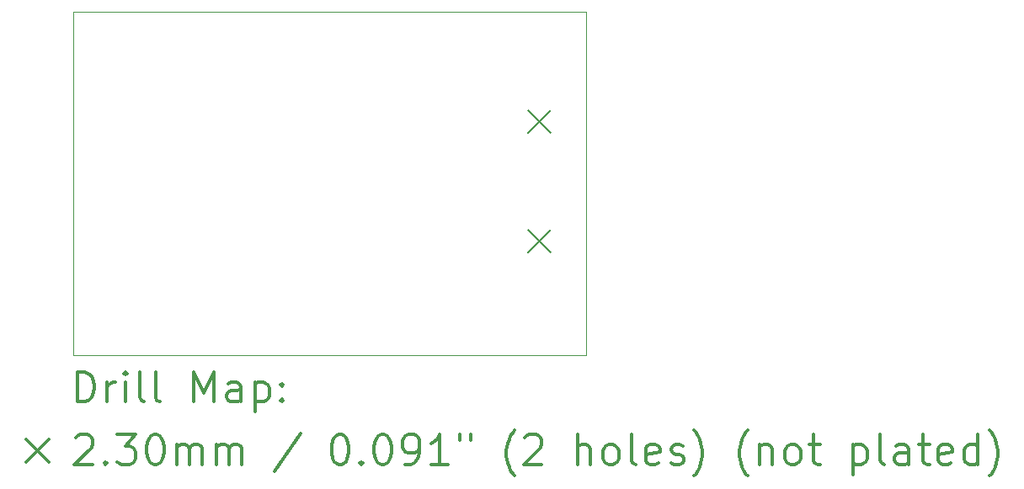
<source format=gbr>
%FSLAX45Y45*%
G04 Gerber Fmt 4.5, Leading zero omitted, Abs format (unit mm)*
G04 Created by KiCad (PCBNEW 5.1.6-c6e7f7d~87~ubuntu20.04.1) date 2020-08-01 21:45:25*
%MOMM*%
%LPD*%
G01*
G04 APERTURE LIST*
%TA.AperFunction,Profile*%
%ADD10C,0.100000*%
%TD*%
%ADD11C,0.200000*%
%ADD12C,0.300000*%
G04 APERTURE END LIST*
D10*
X14950000Y-14950000D02*
X14950000Y-11500000D01*
X9800000Y-14950000D02*
X14950000Y-14950000D01*
X9800000Y-14950000D02*
X9800000Y-11500000D01*
X14950000Y-11500000D02*
X9800000Y-11500000D01*
D11*
X14365000Y-12488000D02*
X14595000Y-12718000D01*
X14595000Y-12488000D02*
X14365000Y-12718000D01*
X14365000Y-13688000D02*
X14595000Y-13918000D01*
X14595000Y-13688000D02*
X14365000Y-13918000D01*
D12*
X9836429Y-15420714D02*
X9836429Y-15120714D01*
X9907857Y-15120714D01*
X9950714Y-15135000D01*
X9979286Y-15163571D01*
X9993571Y-15192143D01*
X10007857Y-15249286D01*
X10007857Y-15292143D01*
X9993571Y-15349286D01*
X9979286Y-15377857D01*
X9950714Y-15406429D01*
X9907857Y-15420714D01*
X9836429Y-15420714D01*
X10136429Y-15420714D02*
X10136429Y-15220714D01*
X10136429Y-15277857D02*
X10150714Y-15249286D01*
X10165000Y-15235000D01*
X10193571Y-15220714D01*
X10222143Y-15220714D01*
X10322143Y-15420714D02*
X10322143Y-15220714D01*
X10322143Y-15120714D02*
X10307857Y-15135000D01*
X10322143Y-15149286D01*
X10336429Y-15135000D01*
X10322143Y-15120714D01*
X10322143Y-15149286D01*
X10507857Y-15420714D02*
X10479286Y-15406429D01*
X10465000Y-15377857D01*
X10465000Y-15120714D01*
X10665000Y-15420714D02*
X10636429Y-15406429D01*
X10622143Y-15377857D01*
X10622143Y-15120714D01*
X11007857Y-15420714D02*
X11007857Y-15120714D01*
X11107857Y-15335000D01*
X11207857Y-15120714D01*
X11207857Y-15420714D01*
X11479286Y-15420714D02*
X11479286Y-15263571D01*
X11465000Y-15235000D01*
X11436428Y-15220714D01*
X11379286Y-15220714D01*
X11350714Y-15235000D01*
X11479286Y-15406429D02*
X11450714Y-15420714D01*
X11379286Y-15420714D01*
X11350714Y-15406429D01*
X11336428Y-15377857D01*
X11336428Y-15349286D01*
X11350714Y-15320714D01*
X11379286Y-15306429D01*
X11450714Y-15306429D01*
X11479286Y-15292143D01*
X11622143Y-15220714D02*
X11622143Y-15520714D01*
X11622143Y-15235000D02*
X11650714Y-15220714D01*
X11707857Y-15220714D01*
X11736428Y-15235000D01*
X11750714Y-15249286D01*
X11765000Y-15277857D01*
X11765000Y-15363571D01*
X11750714Y-15392143D01*
X11736428Y-15406429D01*
X11707857Y-15420714D01*
X11650714Y-15420714D01*
X11622143Y-15406429D01*
X11893571Y-15392143D02*
X11907857Y-15406429D01*
X11893571Y-15420714D01*
X11879286Y-15406429D01*
X11893571Y-15392143D01*
X11893571Y-15420714D01*
X11893571Y-15235000D02*
X11907857Y-15249286D01*
X11893571Y-15263571D01*
X11879286Y-15249286D01*
X11893571Y-15235000D01*
X11893571Y-15263571D01*
X9320000Y-15800000D02*
X9550000Y-16030000D01*
X9550000Y-15800000D02*
X9320000Y-16030000D01*
X9822143Y-15779286D02*
X9836429Y-15765000D01*
X9865000Y-15750714D01*
X9936429Y-15750714D01*
X9965000Y-15765000D01*
X9979286Y-15779286D01*
X9993571Y-15807857D01*
X9993571Y-15836429D01*
X9979286Y-15879286D01*
X9807857Y-16050714D01*
X9993571Y-16050714D01*
X10122143Y-16022143D02*
X10136429Y-16036429D01*
X10122143Y-16050714D01*
X10107857Y-16036429D01*
X10122143Y-16022143D01*
X10122143Y-16050714D01*
X10236429Y-15750714D02*
X10422143Y-15750714D01*
X10322143Y-15865000D01*
X10365000Y-15865000D01*
X10393571Y-15879286D01*
X10407857Y-15893571D01*
X10422143Y-15922143D01*
X10422143Y-15993571D01*
X10407857Y-16022143D01*
X10393571Y-16036429D01*
X10365000Y-16050714D01*
X10279286Y-16050714D01*
X10250714Y-16036429D01*
X10236429Y-16022143D01*
X10607857Y-15750714D02*
X10636429Y-15750714D01*
X10665000Y-15765000D01*
X10679286Y-15779286D01*
X10693571Y-15807857D01*
X10707857Y-15865000D01*
X10707857Y-15936429D01*
X10693571Y-15993571D01*
X10679286Y-16022143D01*
X10665000Y-16036429D01*
X10636429Y-16050714D01*
X10607857Y-16050714D01*
X10579286Y-16036429D01*
X10565000Y-16022143D01*
X10550714Y-15993571D01*
X10536429Y-15936429D01*
X10536429Y-15865000D01*
X10550714Y-15807857D01*
X10565000Y-15779286D01*
X10579286Y-15765000D01*
X10607857Y-15750714D01*
X10836429Y-16050714D02*
X10836429Y-15850714D01*
X10836429Y-15879286D02*
X10850714Y-15865000D01*
X10879286Y-15850714D01*
X10922143Y-15850714D01*
X10950714Y-15865000D01*
X10965000Y-15893571D01*
X10965000Y-16050714D01*
X10965000Y-15893571D02*
X10979286Y-15865000D01*
X11007857Y-15850714D01*
X11050714Y-15850714D01*
X11079286Y-15865000D01*
X11093571Y-15893571D01*
X11093571Y-16050714D01*
X11236428Y-16050714D02*
X11236428Y-15850714D01*
X11236428Y-15879286D02*
X11250714Y-15865000D01*
X11279286Y-15850714D01*
X11322143Y-15850714D01*
X11350714Y-15865000D01*
X11365000Y-15893571D01*
X11365000Y-16050714D01*
X11365000Y-15893571D02*
X11379286Y-15865000D01*
X11407857Y-15850714D01*
X11450714Y-15850714D01*
X11479286Y-15865000D01*
X11493571Y-15893571D01*
X11493571Y-16050714D01*
X12079286Y-15736429D02*
X11822143Y-16122143D01*
X12465000Y-15750714D02*
X12493571Y-15750714D01*
X12522143Y-15765000D01*
X12536428Y-15779286D01*
X12550714Y-15807857D01*
X12565000Y-15865000D01*
X12565000Y-15936429D01*
X12550714Y-15993571D01*
X12536428Y-16022143D01*
X12522143Y-16036429D01*
X12493571Y-16050714D01*
X12465000Y-16050714D01*
X12436428Y-16036429D01*
X12422143Y-16022143D01*
X12407857Y-15993571D01*
X12393571Y-15936429D01*
X12393571Y-15865000D01*
X12407857Y-15807857D01*
X12422143Y-15779286D01*
X12436428Y-15765000D01*
X12465000Y-15750714D01*
X12693571Y-16022143D02*
X12707857Y-16036429D01*
X12693571Y-16050714D01*
X12679286Y-16036429D01*
X12693571Y-16022143D01*
X12693571Y-16050714D01*
X12893571Y-15750714D02*
X12922143Y-15750714D01*
X12950714Y-15765000D01*
X12965000Y-15779286D01*
X12979286Y-15807857D01*
X12993571Y-15865000D01*
X12993571Y-15936429D01*
X12979286Y-15993571D01*
X12965000Y-16022143D01*
X12950714Y-16036429D01*
X12922143Y-16050714D01*
X12893571Y-16050714D01*
X12865000Y-16036429D01*
X12850714Y-16022143D01*
X12836428Y-15993571D01*
X12822143Y-15936429D01*
X12822143Y-15865000D01*
X12836428Y-15807857D01*
X12850714Y-15779286D01*
X12865000Y-15765000D01*
X12893571Y-15750714D01*
X13136428Y-16050714D02*
X13193571Y-16050714D01*
X13222143Y-16036429D01*
X13236428Y-16022143D01*
X13265000Y-15979286D01*
X13279286Y-15922143D01*
X13279286Y-15807857D01*
X13265000Y-15779286D01*
X13250714Y-15765000D01*
X13222143Y-15750714D01*
X13165000Y-15750714D01*
X13136428Y-15765000D01*
X13122143Y-15779286D01*
X13107857Y-15807857D01*
X13107857Y-15879286D01*
X13122143Y-15907857D01*
X13136428Y-15922143D01*
X13165000Y-15936429D01*
X13222143Y-15936429D01*
X13250714Y-15922143D01*
X13265000Y-15907857D01*
X13279286Y-15879286D01*
X13565000Y-16050714D02*
X13393571Y-16050714D01*
X13479286Y-16050714D02*
X13479286Y-15750714D01*
X13450714Y-15793571D01*
X13422143Y-15822143D01*
X13393571Y-15836429D01*
X13679286Y-15750714D02*
X13679286Y-15807857D01*
X13793571Y-15750714D02*
X13793571Y-15807857D01*
X14236428Y-16165000D02*
X14222143Y-16150714D01*
X14193571Y-16107857D01*
X14179286Y-16079286D01*
X14165000Y-16036429D01*
X14150714Y-15965000D01*
X14150714Y-15907857D01*
X14165000Y-15836429D01*
X14179286Y-15793571D01*
X14193571Y-15765000D01*
X14222143Y-15722143D01*
X14236428Y-15707857D01*
X14336428Y-15779286D02*
X14350714Y-15765000D01*
X14379286Y-15750714D01*
X14450714Y-15750714D01*
X14479286Y-15765000D01*
X14493571Y-15779286D01*
X14507857Y-15807857D01*
X14507857Y-15836429D01*
X14493571Y-15879286D01*
X14322143Y-16050714D01*
X14507857Y-16050714D01*
X14865000Y-16050714D02*
X14865000Y-15750714D01*
X14993571Y-16050714D02*
X14993571Y-15893571D01*
X14979286Y-15865000D01*
X14950714Y-15850714D01*
X14907857Y-15850714D01*
X14879286Y-15865000D01*
X14865000Y-15879286D01*
X15179286Y-16050714D02*
X15150714Y-16036429D01*
X15136428Y-16022143D01*
X15122143Y-15993571D01*
X15122143Y-15907857D01*
X15136428Y-15879286D01*
X15150714Y-15865000D01*
X15179286Y-15850714D01*
X15222143Y-15850714D01*
X15250714Y-15865000D01*
X15265000Y-15879286D01*
X15279286Y-15907857D01*
X15279286Y-15993571D01*
X15265000Y-16022143D01*
X15250714Y-16036429D01*
X15222143Y-16050714D01*
X15179286Y-16050714D01*
X15450714Y-16050714D02*
X15422143Y-16036429D01*
X15407857Y-16007857D01*
X15407857Y-15750714D01*
X15679286Y-16036429D02*
X15650714Y-16050714D01*
X15593571Y-16050714D01*
X15565000Y-16036429D01*
X15550714Y-16007857D01*
X15550714Y-15893571D01*
X15565000Y-15865000D01*
X15593571Y-15850714D01*
X15650714Y-15850714D01*
X15679286Y-15865000D01*
X15693571Y-15893571D01*
X15693571Y-15922143D01*
X15550714Y-15950714D01*
X15807857Y-16036429D02*
X15836428Y-16050714D01*
X15893571Y-16050714D01*
X15922143Y-16036429D01*
X15936428Y-16007857D01*
X15936428Y-15993571D01*
X15922143Y-15965000D01*
X15893571Y-15950714D01*
X15850714Y-15950714D01*
X15822143Y-15936429D01*
X15807857Y-15907857D01*
X15807857Y-15893571D01*
X15822143Y-15865000D01*
X15850714Y-15850714D01*
X15893571Y-15850714D01*
X15922143Y-15865000D01*
X16036428Y-16165000D02*
X16050714Y-16150714D01*
X16079286Y-16107857D01*
X16093571Y-16079286D01*
X16107857Y-16036429D01*
X16122143Y-15965000D01*
X16122143Y-15907857D01*
X16107857Y-15836429D01*
X16093571Y-15793571D01*
X16079286Y-15765000D01*
X16050714Y-15722143D01*
X16036428Y-15707857D01*
X16579286Y-16165000D02*
X16565000Y-16150714D01*
X16536428Y-16107857D01*
X16522143Y-16079286D01*
X16507857Y-16036429D01*
X16493571Y-15965000D01*
X16493571Y-15907857D01*
X16507857Y-15836429D01*
X16522143Y-15793571D01*
X16536428Y-15765000D01*
X16565000Y-15722143D01*
X16579286Y-15707857D01*
X16693571Y-15850714D02*
X16693571Y-16050714D01*
X16693571Y-15879286D02*
X16707857Y-15865000D01*
X16736428Y-15850714D01*
X16779286Y-15850714D01*
X16807857Y-15865000D01*
X16822143Y-15893571D01*
X16822143Y-16050714D01*
X17007857Y-16050714D02*
X16979286Y-16036429D01*
X16965000Y-16022143D01*
X16950714Y-15993571D01*
X16950714Y-15907857D01*
X16965000Y-15879286D01*
X16979286Y-15865000D01*
X17007857Y-15850714D01*
X17050714Y-15850714D01*
X17079286Y-15865000D01*
X17093571Y-15879286D01*
X17107857Y-15907857D01*
X17107857Y-15993571D01*
X17093571Y-16022143D01*
X17079286Y-16036429D01*
X17050714Y-16050714D01*
X17007857Y-16050714D01*
X17193571Y-15850714D02*
X17307857Y-15850714D01*
X17236429Y-15750714D02*
X17236429Y-16007857D01*
X17250714Y-16036429D01*
X17279286Y-16050714D01*
X17307857Y-16050714D01*
X17636429Y-15850714D02*
X17636429Y-16150714D01*
X17636429Y-15865000D02*
X17665000Y-15850714D01*
X17722143Y-15850714D01*
X17750714Y-15865000D01*
X17765000Y-15879286D01*
X17779286Y-15907857D01*
X17779286Y-15993571D01*
X17765000Y-16022143D01*
X17750714Y-16036429D01*
X17722143Y-16050714D01*
X17665000Y-16050714D01*
X17636429Y-16036429D01*
X17950714Y-16050714D02*
X17922143Y-16036429D01*
X17907857Y-16007857D01*
X17907857Y-15750714D01*
X18193571Y-16050714D02*
X18193571Y-15893571D01*
X18179286Y-15865000D01*
X18150714Y-15850714D01*
X18093571Y-15850714D01*
X18065000Y-15865000D01*
X18193571Y-16036429D02*
X18165000Y-16050714D01*
X18093571Y-16050714D01*
X18065000Y-16036429D01*
X18050714Y-16007857D01*
X18050714Y-15979286D01*
X18065000Y-15950714D01*
X18093571Y-15936429D01*
X18165000Y-15936429D01*
X18193571Y-15922143D01*
X18293571Y-15850714D02*
X18407857Y-15850714D01*
X18336429Y-15750714D02*
X18336429Y-16007857D01*
X18350714Y-16036429D01*
X18379286Y-16050714D01*
X18407857Y-16050714D01*
X18622143Y-16036429D02*
X18593571Y-16050714D01*
X18536429Y-16050714D01*
X18507857Y-16036429D01*
X18493571Y-16007857D01*
X18493571Y-15893571D01*
X18507857Y-15865000D01*
X18536429Y-15850714D01*
X18593571Y-15850714D01*
X18622143Y-15865000D01*
X18636429Y-15893571D01*
X18636429Y-15922143D01*
X18493571Y-15950714D01*
X18893571Y-16050714D02*
X18893571Y-15750714D01*
X18893571Y-16036429D02*
X18865000Y-16050714D01*
X18807857Y-16050714D01*
X18779286Y-16036429D01*
X18765000Y-16022143D01*
X18750714Y-15993571D01*
X18750714Y-15907857D01*
X18765000Y-15879286D01*
X18779286Y-15865000D01*
X18807857Y-15850714D01*
X18865000Y-15850714D01*
X18893571Y-15865000D01*
X19007857Y-16165000D02*
X19022143Y-16150714D01*
X19050714Y-16107857D01*
X19065000Y-16079286D01*
X19079286Y-16036429D01*
X19093571Y-15965000D01*
X19093571Y-15907857D01*
X19079286Y-15836429D01*
X19065000Y-15793571D01*
X19050714Y-15765000D01*
X19022143Y-15722143D01*
X19007857Y-15707857D01*
M02*

</source>
